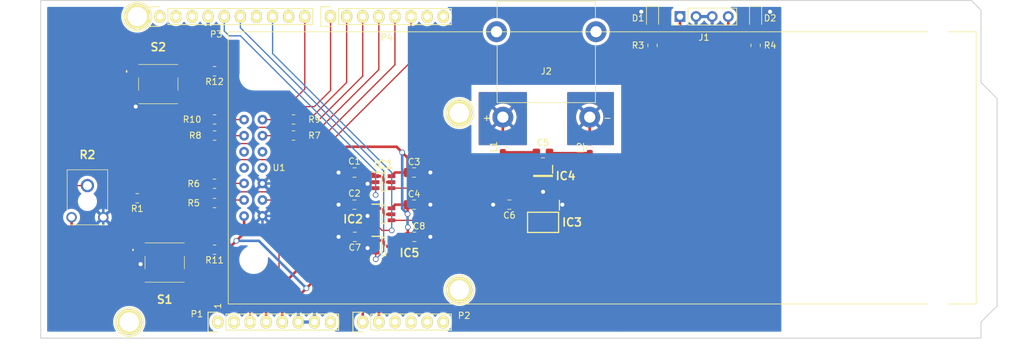
<source format=kicad_pcb>
(kicad_pcb (version 20211014) (generator pcbnew)
  (title_block (date "lun. 30 mars 2015"))
  (layers (0 "F.Cu" signal) (31 "B.Cu" signal) (34 "B.Paste" user) (35 "F.Paste" user) (36 "B.SilkS" user "B.Silkscreen") (37 "F.SilkS" user "F.Silkscreen") (38 "B.Mask" user) (39 "F.Mask" user) (44 "Edge.Cuts" user))
  (net 0 "")
  (net 1 "/IOREF")
  (net 2 "/Reset")
  (net 3 "+5V")
  (net 4 "GND")
  (net 5 "/Vin")
  (net 6 "/A0")
  (net 7 "/A1")
  (net 8 "/A2")
  (net 9 "/A3")
  (net 10 "/AREF")
  (net 11 "/A4(SDA)")
  (net 12 "/A5(SCL)")
  (net 13 "/9(**)")
  (net 14 "/8")
  (net 15 "/7")
  (net 16 "/6(**)")
  (net 17 "/5(**)")
  (net 18 "/4")
  (net 19 "/3(**)")
  (net 20 "/2")
  (net 21 "/1(Tx)")
  (net 22 "/0(Rx)")
  (net 23 "Net-(R2-Pad3)")
  (net 24 "Net-(R5-Pad1)")
  (net 25 "Net-(R6-Pad1)")
  (net 27 "/13(SCK)")
  (net 30 "+3V3")
  (net 31 "/12(MISO)")
  (net 33 "Net-(R7-Pad1)")
  (net 34 "Net-(R8-Pad1)")
  (net 35 "Net-(R9-Pad1)")
  (net 36 "Net-(R10-Pad1)")
  (net 37 "Net-(J2-Pad1)")
  (net 38 "Net-(J2-Pad2)")
  (net 41 "/11(**{slash}MOSI)")
  (net 42 "/10(**{slash}SS)")
  (net 48 "Net-(R1-Pad2)")
  (net 49 "Net-(D1-Pad2)")
  (net 50 "Net-(D2-Pad2)")
  (net 51 "Net-(C5-Pad2)")
  (net 52 "Net-(C5-Pad1)")
  (net 58 "Net-(IC3-Pad5)")
  (net 59 "Net-(IC3-Pad6)")
  (net 60 "Net-(IC3-Pad7)")
  (footprint "Socket_Arduino_Uno:Socket_Strip_Arduino_1x08" (layer "F.Cu") (at 138.938 123.825)
    (fp_text reference "P1")
    (fp_text value "Power")
  )
  (footprint "Socket_Arduino_Uno:Socket_Strip_Arduino_1x06" (layer "F.Cu") (at 161.798 123.825)
    (fp_text reference "P2")
    (fp_text value "Analog")
  )
  (footprint "Socket_Arduino_Uno:Socket_Strip_Arduino_1x10" (layer "F.Cu") (at 129.794 75.565)
    (fp_text reference "P3")
    (fp_text value "Digital")
  )
  (footprint "Socket_Arduino_Uno:Socket_Strip_Arduino_1x08" (layer "F.Cu") (at 156.718 75.565)
    (fp_text reference "P4")
    (fp_text value "Digital")
  )
  (footprint "Socket_Arduino_Uno:Arduino_1pin" (layer "F.Cu") (at 124.968 123.825)
    (fp_text reference "P5" hide)
    (fp_text value "CONN_01X01" hide)
  )
  (footprint "Socket_Arduino_Uno:Arduino_1pin" (layer "F.Cu") (at 177.038 118.745)
    (fp_text reference "P6" hide)
    (fp_text value "CONN_01X01" hide)
  )
  (footprint "Socket_Arduino_Uno:Arduino_1pin" (layer "F.Cu") (at 126.238 75.565)
    (fp_text reference "P7" hide)
    (fp_text value "CONN_01X01" hide)
  )
  (footprint "Socket_Arduino_Uno:Arduino_1pin" (layer "F.Cu") (at 177.038 90.805)
    (fp_text reference "P8" hide)
    (fp_text value "CONN_01X01" hide)
  )
  (footprint "LibraryLoader:430481025816" (layer "F.Cu") (at 129.54 86.233)
    (fp_text reference "S2")
    (fp_text value "430481025816" hide)
  )
  (footprint "LibraryLoader:SOT95P280X145-6N" (layer "F.Cu") (at 165.0785 106.807)
    (fp_text reference "IC2")
    (fp_text value "TXB0101DBVR" hide)
  )
  (footprint "LibraryLoader:SOT95P280X145-6N" (layer "F.Cu") (at 165.1 111.887)
    (fp_text reference "IC5")
    (fp_text value "TXB0101DBVR" hide)
  )
  (footprint "LibraryLoader:SOT96P237X111-3N" (layer "F.Cu") (at 190.246 100.745 -90)
    (fp_text reference "IC4")
    (fp_text value "NUP2105LT1G" hide)
  )
  (footprint "Capacitor_SMD:C_0805_2012Metric_Pad1.18x1.45mm_HandSolder" (layer "F.Cu") (at 184.9335 105.283 180)
    (fp_text reference "C6")
    (fp_text value "0.1u" hide)
  )
  (footprint "MountingHole:MountingHole_3.2mm_M3" (layer "F.Cu") (at 252.603 77.978)
    (fp_text reference "H1" hide)
    (fp_text value "MountingHole" hide)
  )
  (footprint "mt_reflowcnt:PCC-SMP" (layer "F.Cu") (at 190.754 84.709)
    (fp_text reference "J2")
    (fp_text value "PCC-SMP")
  )
  (footprint "Resistor_SMD:R_0805_2012Metric_Pad1.20x1.40mm_HandSolder" (layer "F.Cu") (at 138.414 105.029 180)
    (fp_text reference "R5")
    (fp_text value "33" hide)
  )
  (footprint "Resistor_SMD:R_0805_2012Metric_Pad1.20x1.40mm_HandSolder" (layer "F.Cu") (at 150.876 91.821)
    (fp_text reference "R9")
    (fp_text value "33" hide)
  )
  (footprint "LibraryLoader:N6L50T0C2033030" (layer "F.Cu") (at 118.364 104.775)
    (fp_text reference "R2")
    (fp_text value "N6L50T0C-203-3030" hide)
  )
  (footprint "Resistor_SMD:R_0805_2012Metric_Pad1.20x1.40mm_HandSolder" (layer "F.Cu") (at 138.414 101.981 180)
    (fp_text reference "R6")
    (fp_text value "33" hide)
  )
  (footprint "LED_SMD:LED_0805_2012Metric_Pad1.15x1.40mm_HandSolder" (layer "F.Cu") (at 223.774 75.81 -90)
    (fp_text reference "D2")
    (fp_text value "LED_Small" hide)
  )
  (footprint "Capacitor_SMD:C_0805_2012Metric_Pad1.18x1.45mm_HandSolder" (layer "F.Cu") (at 169.9045 105.283)
    (fp_text reference "C4")
    (fp_text value "0.1u" hide)
  )
  (footprint "Resistor_SMD:R_0805_2012Metric_Pad1.20x1.40mm_HandSolder" (layer "F.Cu") (at 138.43 91.821 180)
    (fp_text reference "R10")
    (fp_text value "33" hide)
  )
  (footprint "Inductor_SMD:L_0603_1608Metric_Pad1.05x0.95mm_HandSolder" (layer "F.Cu") (at 197.612 96.28 90)
    (fp_text reference "L2")
    (fp_text value "470ohm" hide)
  )
  (footprint "Resistor_SMD:R_0805_2012Metric_Pad1.20x1.40mm_HandSolder" (layer "F.Cu") (at 150.876 94.361)
    (fp_text reference "R7")
    (fp_text value "33" hide)
  )
  (footprint "LibraryLoader:SOT95P280X145-6N" (layer "F.Cu") (at 165.0785 101.727)
    (fp_text reference "IC1")
    (fp_text value "TXB0101DBVR" hide)
  )
  (footprint "LibraryLoader:430481025816" (layer "F.Cu") (at 130.556 114.427)
    (fp_text reference "S1")
    (fp_text value "430481025816" hide)
  )
  (footprint "mt_reflowcnt:SC2004CS_B" (layer "F.Cu") (at 199.58 99.469)
    (fp_text reference "U1")
    (fp_text value "SC2004CS_B" hide)
  )
  (footprint "MountingHole:MountingHole_3.2mm_M3" (layer "F.Cu") (at 252.603 121.031)
    (fp_text reference "H2" hide)
    (fp_text value "MountingHole" hide)
  )
  (footprint "Resistor_SMD:R_0805_2012Metric_Pad1.20x1.40mm_HandSolder" (layer "F.Cu") (at 138.414 112.395 180)
    (fp_text reference "R11")
    (fp_text value "10k" hide)
  )
  (footprint "Connector_PinHeader_2.54mm:PinHeader_1x04_P2.54mm_Vertical" (layer "F.Cu") (at 211.846 75.565 90)
    (fp_text reference "J1")
    (fp_text value "Conn_01x04" hide)
  )
  (footprint "Capacitor_SMD:C_0805_2012Metric_Pad1.18x1.45mm_HandSolder" (layer "F.Cu") (at 169.9045 100.203)
    (fp_text reference "C3")
    (fp_text value "0.1u" hide)
  )
  (footprint "Resistor_SMD:R_0805_2012Metric_Pad1.20x1.40mm_HandSolder" (layer "F.Cu") (at 223.774 80.121 90)
    (fp_text reference "R4")
    (fp_text value "220" hide)
  )
  (footprint "LED_SMD:LED_0805_2012Metric_Pad1.15x1.40mm_HandSolder" (layer "F.Cu") (at 207.518 75.81 -90)
    (fp_text reference "D1")
    (fp_text value "LED_Small" hide)
  )
  (footprint "Resistor_SMD:R_0805_2012Metric_Pad1.20x1.40mm_HandSolder" (layer "F.Cu") (at 138.414 84.201 180)
    (fp_text reference "R12")
    (fp_text value "10k" hide)
  )
  (footprint "Capacitor_SMD:C_0805_2012Metric_Pad1.18x1.45mm_HandSolder" (layer "F.Cu") (at 169.9475 110.363)
    (fp_text reference "C8")
    (fp_text value "0.1u" hide)
  )
  (footprint "Capacitor_SMD:C_0805_2012Metric_Pad1.18x1.45mm_HandSolder" (layer "F.Cu") (at 160.5495 110.363 180)
    (fp_text reference "C7")
    (fp_text value "0.1u" hide)
  )
  (footprint "Resistor_SMD:R_0805_2012Metric_Pad1.20x1.40mm_HandSolder" (layer "F.Cu") (at 138.43 94.361 180)
    (fp_text reference "R8")
    (fp_text value "33" hide)
  )
  (footprint "Resistor_SMD:R_0805_2012Metric_Pad1.20x1.40mm_HandSolder" (layer "F.Cu") (at 207.518 80.121 90)
    (fp_text reference "R3")
    (fp_text value "220" hide)
  )
  (footprint "Capacitor_SMD:C_0805_2012Metric_Pad1.18x1.45mm_HandSolder" (layer "F.Cu") (at 160.5065 100.203 180)
    (fp_text reference "C1")
    (fp_text value "0.1u" hide)
  )
  (footprint "Capacitor_SMD:C_0805_2012Metric_Pad1.18x1.45mm_HandSolder" (layer "F.Cu") (at 160.485 105.283 180)
    (fp_text reference "C2")
    (fp_text value "0.1u" hide)
  )
  (footprint "Capacitor_SMD:C_0805_2012Metric_Pad1.18x1.45mm_HandSolder" (layer "F.Cu") (at 190.2245 97.155)
    (fp_text reference "C5")
    (fp_text value "0.01u" hide)
  )
  (footprint "Resistor_SMD:R_0805_2012Metric_Pad1.20x1.40mm_HandSolder" (layer "F.Cu") (at 126.222 104.267 180)
    (fp_text reference "R1")
    (fp_text value "33" hide)
  )
  (footprint "Inductor_SMD:L_0603_1608Metric_Pad1.05x0.95mm_HandSolder" (layer "F.Cu") (at 183.896 96.139 90)
    (fp_text reference "L1")
    (fp_text value "470ohm" hide)
  )
  (footprint "LibraryLoader:SOIC127P600X175-8N" (layer "F.Cu") (at 190.246 108.077 -90)
    (fp_text reference "IC3")
    (fp_text value "MAX31855KASA+" hide)
  )
  (gr_line (start 261.874 88.519) (end 259.334 85.979) (layer "Edge.Cuts") (width 0.15))
  (gr_line (start 259.334 126.365) (end 259.334 123.825) (layer "Edge.Cuts") (width 0.15))
  (gr_line (start 259.334 74.549) (end 257.81 73.025) (layer "Edge.Cuts") (width 0.15))
  (gr_line (start 175.514 73.025) (end 257.81 73.025) (layer "Edge.Cuts") (width 0.15))
  (gr_line (start 177.038 126.365) (end 259.334 126.365) (layer "Edge.Cuts") (width 0.15))
  (gr_line (start 259.334 123.825) (end 261.874 121.285) (layer "Edge.Cuts") (width 0.15))
  (gr_line (start 110.998 73.025) (end 110.998 126.365) (layer "Edge.Cuts") (width 0.15))
  (gr_line (start 261.874 121.285) (end 261.874 88.519) (layer "Edge.Cuts") (width 0.15))
  (gr_line (start 110.998 126.365) (end 177.038 126.365) (layer "Edge.Cuts") (width 0.15))
  (gr_line (start 175.514 73.025) (end 110.998 73.025) (layer "Edge.Cuts") (width 0.15))
  (gr_line (start 259.334 85.979) (end 259.334 74.549) (layer "Edge.Cuts") (width 0.15))
  (gr_text "1" (at 138.938 121.285 90) (layer "F.SilkS") (effects (font (size 1 1))))
  (segment (start 137.382 84.233) (end 137.414 84.201) (width 0.2032) (layer "F.Cu") (net 2))
  (segment (start 122.682 93.599) (end 122.682 81.661) (width 0.2032) (layer "F.Cu") (net 2))
  (segment (start 113.284 110.109) (end 113.284 98.171) (width 0.2032) (layer "F.Cu") (net 2))
  (segment (start 120.904 95.377) (end 122.682 93.599) (width 0.2032) (layer "F.Cu") (net 2))
  (segment (start 122.682 81.661) (end 123.698 80.645) (width 0.2032) (layer "F.Cu") (net 2))
  (segment (start 144.018 123.825) (end 144.018 122.301) (width 0.2032) (layer "F.Cu") (net 2))
  (segment (start 144.018 122.301) (end 141.224 119.507) (width 0.2032) (layer "F.Cu") (net 2))
  (segment (start 123.698 80.645) (end 128.016 80.645) (width 0.2032) (layer "F.Cu") (net 2))
  (segment (start 128.016 80.645) (end 131.604 84.233) (width 0.2032) (layer "F.Cu") (net 2))
  (segment (start 125.73 119.507) (end 123.444 117.221) (width 0.2032) (layer "F.Cu") (net 2))
  (segment (start 141.224 119.507) (end 125.73 119.507) (width 0.2032) (layer "F.Cu") (net 2))
  (segment (start 115.316 112.141) (end 113.284 110.109) (width 0.2032) (layer "F.Cu") (net 2))
  (segment (start 131.604 84.233) (end 133.04 84.233) (width 0.2032) (layer "F.Cu") (net 2))
  (segment (start 121.666 112.141) (end 115.316 112.141) (width 0.2032) (layer "F.Cu") (net 2))
  (segment (start 123.444 113.919) (end 121.666 112.141) (width 0.2032) (layer "F.Cu") (net 2))
  (segment (start 116.078 95.377) (end 120.904 95.377) (width 0.2032) (layer "F.Cu") (net 2))
  (segment (start 123.444 117.221) (end 123.444 113.919) (width 0.2032) (layer "F.Cu") (net 2))
  (segment (start 113.284 98.171) (end 116.078 95.377) (width 0.2032) (layer "F.Cu") (net 2))
  (segment (start 133.04 84.233) (end 137.382 84.233) (width 0.2032) (layer "F.Cu") (net 2))
  (segment (start 161.544 105.2615) (end 161.5225 105.283) (width 0.4064) (layer "F.Cu") (net 3))
  (segment (start 161.587 110.363) (end 161.587 105.3475) (width 0.4064) (layer "F.Cu") (net 3))
  (segment (start 161.587 105.3475) (end 161.5225 105.283) (width 0.4064) (layer "F.Cu") (net 3))
  (segment (start 139.414 113.697) (end 139.414 112.395) (width 0.4064) (layer "F.Cu") (net 3))
  (segment (start 132.588 114.427) (end 138.684 114.427) (width 0.4064) (layer "F.Cu") (net 3))
  (segment (start 165.1 101.473) (end 165.354 101.727) (width 0.4064) (layer "F.Cu") (net 3))
  (segment (start 165.354 101.727) (end 166.3285 101.727) (width 0.4064) (layer "F.Cu") (net 3))
  (segment (start 139.414 112.395) (end 140.462 112.395) (width 0.4064) (layer "F.Cu") (net 3))
  (segment (start 139.414 84.201) (end 139.414 85.249) (width 0.4064) (layer "F.Cu") (net 3))
  (segment (start 161.587 110.363) (end 161.587 112.352) (width 0.4064) (layer "F.Cu") (net 3))
  (segment (start 149.098 122.301) (end 152.908 118.491) (width 0.4064) (layer "F.Cu") (net 3))
  (segment (start 161.544 100.203) (end 163.2545 100.203) (width 0.4064) (layer "F.Cu") (net 3))
  (segment (start 164.912 110.937) (end 165.1 111.125) (width 0.4064) (layer "F.Cu") (net 3))
  (segment (start 163.2545 105.283) (end 161.5225 105.283) (width 0.4064) (layer "F.Cu") (net 3))
  (segment (start 163.276 110.363) (end 163.85 110.937) (width 0.4064) (layer "F.Cu") (net 3))
  (segment (start 127.222 104.267) (end 128.778 104.267) (width 0.4064) (layer "F.Cu") (net 3))
  (segment (start 163.85 110.937) (end 164.912 110.937) (width 0.4064) (layer "F.Cu") (net 3))
  (segment (start 131.572 113.411) (end 132.588 114.427) (width 0.4064) (layer "F.Cu") (net 3))
  (segment (start 164.658 100.777) (end 165.1 101.219) (width 0.4064) (layer "F.Cu") (net 3))
  (segment (start 138.684 114.427) (end 139.414 113.697) (width 0.4064) (layer "F.Cu") (net 3))
  (segment (start 163.2545 105.283) (end 163.8285 105.857) (width 0.4064) (layer "F.Cu") (net 3))
  (segment (start 165.1 106.299) (end 165.1 106.553) (width 0.4064) (layer "F.Cu") (net 3))
  (segment (start 161.544 100.203) (end 161.544 105.2615) (width 0.4064) (layer "F.Cu") (net 3))
  (segment (start 140.462 112.395) (end 141.859 110.998) (width 0.4064) (layer "F.Cu") (net 3))
  (segment (start 160.274 113.665) (end 161.587 112.352) (width 0.4064) (layer "F.Cu") (net 3))
  (segment (start 139.414 85.249) (end 127.222 97.441) (width 0.4064) (layer "F.Cu") (net 3))
  (segment (start 165.1 111.3998) (end 165.5872 111.887) (width 0.4064) (layer "F.Cu") (net 3))
  (segment (start 141.859 110.998) (end 143.08 109.777) (width 0.4064) (layer "F.Cu") (net 3))
  (segment (start 131.572 107.061) (end 131.572 113.411) (width 0.4064) (layer "F.Cu") (net 3))
  (segment (start 163.8285 105.857) (end 164.658 105.857) (width 0.4064) (layer "F.Cu") (net 3))
  (segment (start 128.778 104.267) (end 131.572 107.061) (width 0.4064) (layer "F.Cu") (net 3))
  (segment (start 149.098 123.825) (end 149.098 122.301) (width 0.4064) (layer "F.Cu") (net 3))
  (segment (start 163.276 110.363) (end 161.587 110.363) (width 0.4064) (layer "F.Cu") (net 3))
  (segment (start 165.354 106.807) (end 166.3285 106.807) (width 0.4064) (layer "F.Cu") (net 3))
  (segment (start 165.5872 111.887) (end 166.35 111.887) (width 0.4064) (layer "F.Cu") (net 3))
  (segment (start 164.658 105.857) (end 165.1 106.299) (width 0.4064) (layer "F.Cu") (net 3))
  (segment (start 165.1 111.125) (end 165.1 111.3998) (width 0.4064) (layer "F.Cu") (net 3))
  (segment (start 127.222 97.441) (end 127.222 104.267) (width 0.4064) (layer "F.Cu") (net 3))
  (segment (start 143.08 109.777) (end 143.08 107.089) (width 0.4064) (layer "F.Cu") (net 3))
  (segment (start 165.1 101.219) (end 165.1 101.473) (width 0.4064) (layer "F.Cu") (net 3))
  (segment (start 152.908 118.491) (end 157.734 113.665) (width 0.4064) (layer "F.Cu") (net 3))
  (segment (start 163.8285 100.777) (end 164.658 100.777) (width 0.4064) (layer "F.Cu") (net 3))
  (segment (start 163.2545 100.203) (end 163.8285 100.777) (width 0.4064) (layer "F.Cu") (net 3))
  (segment (start 157.734 113.665) (end 160.274 113.665) (width 0.4064) (layer "F.Cu") (net 3))
  (segment (start 165.1 106.553) (end 165.354 106.807) (width 0.4064) (layer "F.Cu") (net 3))
  (via (at 141.859 110.998) (size 0.889) (drill 0.635) (layers "F.Cu" "B.Cu") (net 3))
  (via (at 152.908 118.491) (size 0.889) (drill 0.635) (layers "F.Cu" "B.Cu") (net 3))
  (segment (start 145.415 110.998) (end 152.908 118.491) (width 0.4064) (layer "B.Cu") (net 3))
  (segment (start 141.859 110.998) (end 145.415 110.998) (width 0.4064) (layer "B.Cu") (net 3))
  (segment (start 226.042 74.785) (end 226.06 74.803) (width 0.4064) (layer "F.Cu") (net 4))
  (segment (start 223.774 74.785) (end 226.042 74.785) (width 0.4064) (layer "F.Cu") (net 4))
  (segment (start 163.8285 101.727) (end 162.814 101.727) (width 0.4064) (layer "F.Cu") (net 4))
  (segment (start 163.85 111.887) (end 162.814 111.887) (width 0.4064) (layer "F.Cu") (net 4))
  (segment (start 162.814 101.727) (end 162.56 101.981) (width 0.4064) (layer "F.Cu") (net 4))
  (segment (start 159.512 110.363) (end 157.988 110.363) (width 0.4064) (layer "F.Cu") (net 4))
  (segment (start 162.814 111.887) (end 162.56 112.141) (width 0.4064) (layer "F.Cu") (net 4))
  (segment (start 163.8285 106.807) (end 162.814 106.807) (width 0.4064) (layer "F.Cu") (net 4))
  (segment (start 126.04 89.733) (end 125.984 89.789) (width 0.4064) (layer "F.Cu") (net 4))
  (segment (start 127.056 116.427) (end 127.056 114.991) (width 0.4064) (layer "F.Cu") (net 4))
  (segment (start 193.212 105.365) (end 193.294 105.283) (width 0.4064) (layer "F.Cu") (net 4))
  (segment (start 159.4475 105.283) (end 157.988 105.283) (width 0.4064) (layer "F.Cu") (net 4))
  (segment (start 207.518 74.785) (end 205.758 74.785) (width 0.4064) (layer "F.Cu") (net 4))
  (segment (start 170.942 100.203) (end 172.466 100.203) (width 0.4064) (layer "F.Cu") (net 4))
  (segment (start 126.04 88.233) (end 126.04 89.733) (width 0.4064) (layer "F.Cu") (net 4))
  (segment (start 190.246 101.795) (end 190.246 103.251) (width 0.4064) (layer "F.Cu") (net 4))
  (segment (start 205.758 74.785) (end 205.74 74.803) (width 0.4064) (layer "F.Cu") (net 4))
  (segment (start 127.056 114.991) (end 126.746 114.681) (width 0.4064) (layer "F.Cu") (net 4))
  (segment (start 159.469 100.203) (end 157.988 100.203) (width 0.4064) (layer "F.Cu") (net 4))
  (segment (start 192.151 105.365) (end 193.212 105.365) (width 0.4064) (layer "F.Cu") (net 4))
  (segment (start 170.985 110.363) (end 172.466 110.363) (width 0.4064) (layer "F.Cu") (net 4))
  (segment (start 183.896 105.283) (end 182.372 105.283) (width 0.4064) (layer "F.Cu") (net 4))
  (segment (start 162.814 106.807) (end 162.56 107.061) (width 0.4064) (layer "F.Cu") (net 4))
  (segment (start 170.942 105.283) (end 172.466 105.283) (width 0.4064) (layer "F.Cu") (net 4))
  (via (at 226.06 74.803) (size 0.889) (drill 0.635) (layers "F.Cu" "B.Cu") (net 4))
  (via (at 205.74 74.803) (size 0.889) (drill 0.635) (layers "F.Cu" "B.Cu") (net 4))
  (via (at 190.246 103.251) (size 0.889) (drill 0.635) (layers "F.Cu" "B.Cu") (net 4))
  (via (at 157.988 110.363) (size 0.889) (drill 0.635) (layers "F.Cu" "B.Cu") (net 4))
  (via (at 125.984 89.789) (size 0.889) (drill 0.635) (layers "F.Cu" "B.Cu") (net 4))
  (via (at 157.988 105.283) (size 0.889) (drill 0.635) (layers "F.Cu" "B.Cu") (net 4))
  (via (at 172.466 105.283) (size 0.889) (drill 0.635) (layers "F.Cu" "B.Cu") (net 4))
  (via (at 193.294 105.283) (size 0.889) (drill 0.635) (layers "F.Cu" "B.Cu") (net 4))
  (via (at 182.372 105.283) (size 0.889) (drill 0.635) (layers "F.Cu" "B.Cu") (net 4))
  (via (at 126.746 114.681) (size 0.889) (drill 0.635) (layers "F.Cu" "B.Cu") (net 4))
  (via (at 172.466 110.363) (size 0.889) (drill 0.635) (layers "F.Cu" "B.Cu") (net 4))
  (via (at 162.56 107.061) (size 0.889) (drill 0.635) (layers "F.Cu" "B.Cu") (net 4))
  (via (at 162.56 112.141) (size 0.889) (drill 0.635) (layers "F.Cu" "B.Cu") (net 4))
  (via (at 172.466 100.203) (size 0.889) (drill 0.635) (layers "F.Cu" "B.Cu") (net 4))
  (via (at 162.56 101.981) (size 0.889) (drill 0.635) (layers "F.Cu" "B.Cu") (net 4))
  (via (at 157.988 100.203) (size 0.889) (drill 0.635) (layers "F.Cu" "B.Cu") (net 4))
  (segment (start 158.242 107.061) (end 157.988 106.807) (width 0.4064) (layer "B.Cu") (net 4))
  (segment (start 151.638 123.825) (end 154.178 123.825) (width 0.4064) (layer "B.Cu") (net 4))
  (segment (start 145.98 108.655) (end 145.034 109.601) (width 0.4064) (layer "B.Cu") (net 4))
  (segment (start 157.988 105.283) (end 157.988 106.807) (width 0.4064) (layer "B.Cu") (net 4))
  (segment (start 215.9 83.185) (end 215.9 78.359) (width 0.4064) (layer "B.Cu") (net 4))
  (segment (start 193.294 105.283) (end 193.294 103.505) (width 0.4064) (layer "B.Cu") (net 4))
  (segment (start 172.466 105.283) (end 182.372 105.283) (width 0.4064) (layer "B.Cu") (net 4))
  (segment (start 182.372 104.013) (end 183.134 103.251) (width 0.4064) (layer "B.Cu") (net 4))
  (segment (start 128.524 89.789) (end 125.984 89.789) (width 0.4064) (layer "B.Cu") (net 4))
  (segment (start 137.414 75.565) (end 137.414 77.851) (width 0.4064) (layer "B.Cu") (net 4))
  (segment (start 214.386 77.861) (end 214.63 78.105) (width 0.4064) (layer "B.Cu") (net 4))
  (segment (start 148.336 106.045) (end 147.332 107.049) (width 0.4064) (layer "B.Cu") (net 4))
  (segment (start 157.988 106.807) (end 157.988 110.363) (width 0.4064) (layer "B.Cu") (net 4))
  (segment (start 209.042 78.105) (end 214.63 78.105) (width 0.4064) (layer "B.Cu") (net 4))
  (segment (start 193.294 103.505) (end 193.548 103.251) (width 0.4064) (layer "B.Cu") (net 4))
  (segment (start 215.9 78.359) (end 215.646 78.105) (width 0.4064) (layer "B.Cu") (net 4))
  (segment (start 147.332 107.049) (end 145.98 107.049) (width 0.4064) (layer "B.Cu") (net 4))
  (segment (start 205.74 74.803) (end 209.042 78.105) (width 0.4064) (layer "B.Cu") (net 4))
  (segment (start 120.864 94.909) (end 125.984 89.789) (width 0.4064) (layer "B.Cu") (net 4))
  (segment (start 125.222 114.681) (end 126.746 114.681) (width 0.4064) (layer "B.Cu") (net 4))
  (segment (start 120.864 110.323) (end 125.222 114.681) (width 0.4064) (layer "B.Cu") (net 4))
  (segment (start 162.56 107.061) (end 158.242 107.061) (width 0.4064) (layer "B.Cu") (net 4))
  (segment (start 206.502 91.059) (end 214.376 83.185) (width 0.4064) (layer "B.Cu") (net 4))
  (segment (start 216.926 75.565) (end 216.926 78.095) (width 0.4064) (layer "B.Cu") (net 4))
  (segment (start 162.56 112.141) (end 156.21 112.141) (width 0.4064) (layer "B.Cu") (net 4))
  (segment (start 193.548 103.251) (end 197.993 103.251) (width 0.4064) (layer "B.Cu") (net 4))
  (segment (start 206.502 94.742) (end 206.502 91.059) (width 0.4064) (layer "B.Cu") (net 4))
  (segment (start 157.988 103.505) (end 148.336 103.505) (width 0.4064) (layer "B.Cu") (net 4))
  (segment (start 214.63 78.105) (end 215.646 78.105) (width 0.4064) (layer "B.Cu") (net 4))
  (segment (start 120.864 107.275) (end 120.864 110.323) (width 0.4064) (layer "B.Cu") (net 4))
  (segment (start 170.18 116.459) (end 154.178 116.459) (width 0.4064) (layer "B.Cu") (net 4))
  (segment (start 154.178 116.459) (end 154.178 114.173) (width 0.4064) (layer "B.Cu") (net 4))
  (segment (start 148.336 102.743) (end 148.336 103.505) (width 0.4064) (layer "B.Cu") (net 4))
  (segment (start 172.466 105.283) (end 172.466 110.363) (width 0.4064) (layer "B.Cu") (net 4))
  (segment (start 215.646 78.105) (end 216.916 78.105) (width 0.4064) (layer "B.Cu") (net 4))
  (segment (start 148.336 103.505) (end 148.336 106.045) (width 0.4064) (layer "B.Cu") (net 4))
  (segment (start 172.466 100.203) (end 172.466 105.283) (width 0.4064) (layer "B.Cu") (net 4))
  (segment (start 216.926 78.095) (end 216.916 78.105) (width 0.4064) (layer "B.Cu") (net 4))
  (segment (start 145.98 107.049) (end 145.98 108.655) (width 0.4064) (layer "B.Cu") (net 4))
  (segment (start 157.988 103.505) (end 157.988 105.283) (width 0.4064) (layer "B.Cu") (net 4))
  (segment (start 216.916 78.105) (end 222.758 78.105) (width 0.4064) (layer "B.Cu") (net 4))
  (segment (start 135.128 80.137) (end 132.08 80.137) (width 0.4064) (layer "B.Cu") (net 4))
  (segment (start 172.466 114.173) (end 170.18 116.459) (width 0.4064) (layer "B.Cu") (net 4))
  (segment (start 197.993 103.251) (end 206.502 94.742) (width 0.4064) (layer "B.Cu") (net 4))
  (segment (start 137.414 77.851) (end 135.128 80.137) (width 0.4064) (layer "B.Cu") (net 4))
  (segment (start 132.842 109.601) (end 127.762 114.681) (width 0.4064) (layer "B.Cu") (net 4))
  (segment (start 162.56 101.981) (end 157.988 101.981) (width 0.4064) (layer "B.Cu") (net 4))
  (segment (start 183.134 103.251) (end 190.246 103.251) (width 0.4064) (layer "B.Cu") (net 4))
  (segment (start 147.532 101.939) (end 148.336 102.743) (width 0.4064) (layer "B.Cu") (net 4))
  (segment (start 156.21 112.141) (end 157.988 110.363) (width 0.4064) (layer "B.Cu") (net 4))
  (segment (start 222.758 78.105) (end 226.06 74.803) (width 0.4064) (layer "B.Cu") (net 4))
  (segment (start 157.988 100.203) (end 157.988 101.981) (width 0.4064) (layer "B.Cu") (net 4))
  (segment (start 145.034 109.601) (end 132.842 109.601) (width 0.4064) (layer "B.Cu") (net 4))
  (segment (start 214.376 83.185) (end 215.9 83.185) (width 0.4064) (layer "B.Cu") (net 4))
  (segment (start 157.988 101.981) (end 157.988 103.505) (width 0.4064) (layer "B.Cu") (net 4))
  (segment (start 127.762 114.681) (end 126.746 114.681) (width 0.4064) (layer "B.Cu") (net 4))
  (segment (start 182.372 105.283) (end 182.372 104.013) (width 0.4064) (layer "B.Cu") (net 4))
  (segment (start 154.178 114.173) (end 156.21 112.141) (width 0.4064) (layer "B.Cu") (net 4))
  (segment (start 214.386 75.565) (end 214.386 77.861) (width 0.4064) (layer "B.Cu") (net 4))
  (segment (start 120.864 107.275) (end 120.864 94.909) (width 0.4064) (layer "B.Cu") (net 4))
  (segment (start 132.08 80.137) (end 129.54 82.677) (width 0.4064) (layer "B.Cu") (net 4))
  (segment (start 145.98 101.939) (end 147.532 101.939) (width 0.4064) (layer "B.Cu") (net 4))
  (segment (start 129.54 82.677) (end 129.54 88.773) (width 0.4064) (layer "B.Cu") (net 4))
  (segment (start 129.54 88.773) (end 128.524 89.789) (width 0.4064) (layer "B.Cu") (net 4))
  (segment (start 154.178 123.825) (end 154.178 116.459) (width 0.4064) (layer "B.Cu") (net 4))
  (segment (start 190.246 103.251) (end 193.548 103.251) (width 0.4064) (layer "B.Cu") (net 4))
  (segment (start 172.466 110.363) (end 172.466 114.173) (width 0.4064) (layer "B.Cu") (net 4))
  (segment (start 207.518 111.633) (end 207.518 81.121) (width 0.4064) (layer "F.Cu") (net 6))
  (segment (start 211.846 79.111) (end 209.836 81.121) (width 0.4064) (layer "F.Cu") (net 6))
  (segment (start 161.798 123.825) (end 161.798 122.047) (width 0.4064) (layer "F.Cu") (net 6))
  (segment (start 211.846 75.565) (end 211.846 79.111) (width 0.4064) (layer "F.Cu") (net 6))
  (segment (start 161.798 122.047) (end 169.418 114.427) (width 0.4064) (layer "F.Cu") (net 6))
  (segment (start 209.836 81.121) (end 207.518 81.121) (width 0.4064) (layer "F.Cu") (net 6))
  (segment (start 169.418 114.427) (end 204.724 114.427) (width 0.4064) (layer "F.Cu") (net 6))
  (segment (start 204.724 114.427) (end 207.518 111.633) (width 0.4064) (layer "F.Cu") (net 6))
  (segment (start 223.742 81.153) (end 223.774 81.121) (width 0.4064) (layer "F.Cu") (net 7))
  (segment (start 221.234 115.443) (end 223.774 112.903) (width 0.4064) (layer "F.Cu") (net 7))
  (segment (start 219.466 78.877) (end 221.742 81.153) (width 0.4064) (layer "F.Cu") (net 7))
  (segment (start 219.466 75.565) (end 219.466 78.877) (width 0.4064) (layer "F.Cu") (net 7))
  (segment (start 164.338 123.825) (end 164.338 122.301) (width 0.4064) (layer "F.Cu") (net 7))
  (segment (start 223.774 112.903) (end 223.774 81.121) (width 0.4064) (layer "F.Cu") (net 7))
  (segment (start 221.742 81.153) (end 223.742 81.153) (width 0.4064) (layer "F.Cu") (net 7))
  (segment (start 171.196 115.443) (end 221.234 115.443) (width 0.4064) (layer "F.Cu") (net 7))
  (segment (start 164.338 122.301) (end 171.196 115.443) (width 0.4064) (layer "F.Cu") (net 7))
  (segment (start 134.056 112.427) (end 134.056 92.385) (width 0.2032) (layer "F.Cu") (net 14))
  (segment (start 134.056 92.385) (end 137.414 89.027) (width 0.2032) (layer "F.Cu") (net 14))
  (segment (start 152.654 86.995) (end 152.654 75.565) (width 0.2032) (layer "F.Cu") (net 14))
  (segment (start 137.414 89.027) (end 150.622 89.027) (width 0.2032) (layer "F.Cu") (net 14))
  (segment (start 137.382 112.427) (end 137.414 112.395) (width 0.2032) (layer "F.Cu") (net 14))
  (segment (start 150.622 89.027) (end 152.654 86.995) (width 0.2032) (layer "F.Cu") (net 14))
  (segment (start 134.056 112.427) (end 137.382 112.427) (width 0.2032) (layer "F.Cu") (net 14))
  (segment (start 137.43 90.789) (end 138.43 89.789) (width 0.2032) (layer "F.Cu") (net 15))
  (segment (start 138.43 89.789) (end 154.178 89.789) (width 0.2032) (layer "F.Cu") (net 15))
  (segment (start 156.718 87.249) (end 156.718 75.565) (width 0.2032) (layer "F.Cu") (net 15))
  (segment (start 154.178 89.789) (end 156.718 87.249) (width 0.2032) (layer "F.Cu") (net 15))
  (segment (start 137.43 91.821) (end 137.43 90.789) (width 0.2032) (layer "F.Cu") (net 15))
  (segment (start 153.416 91.821) (end 159.258 85.979) (width 0.2032) (layer "F.Cu") (net 16))
  (segment (start 151.876 91.821) (end 153.416 91.821) (width 0.2032) (layer "F.Cu") (net 16))
  (segment (start 159.258 85.979) (end 159.258 75.565) (width 0.2032) (layer "F.Cu") (net 16))
  (segment (start 144.018 95.631) (end 144.526 95.123) (width 0.2032) (layer "F.Cu") (net 17))
  (segment (start 137.922 95.885) (end 141.224 95.885) (width 0.2032) (layer "F.Cu") (net 17))
  (segment (start 141.478 95.631) (end 144.018 95.631) (width 0.2032) (layer "F.Cu") (net 17))
  (segment (start 161.798 84.963) (end 161.798 75.565) (width 0.2032) (layer "F.Cu") (net 17))
  (segment (start 144.526 93.599) (end 145.063662 93.061338) (width 0.2032) (layer "F.Cu") (net 17))
  (segment (start 153.699662 93.061338) (end 161.798 84.963) (width 0.2032) (layer "F.Cu") (net 17))
  (segment (start 144.526 95.123) (end 144.526 93.599) (width 0.2032) (layer "F.Cu") (net 17))
  (segment (start 145.063662 93.061338) (end 153.699662 93.061338) (width 0.2032) (layer "F.Cu") (net 17))
  (segment (start 137.43 95.393) (end 137.922 95.885) (width 0.2032) (layer "F.Cu") (net 17))
  (segment (start 137.43 94.361) (end 137.43 95.393) (width 0.2032) (layer "F.Cu") (net 17))
  (segment (start 141.224 95.885) (end 141.478 95.631) (width 0.2032) (layer "F.Cu") (net 17))
  (segment (start 164.338 83.947) (end 164.338 75.565) (width 0.2032) (layer "F.Cu") (net 18))
  (segment (start 151.876 94.361) (end 153.924 94.361) (width 0.2032) (layer "F.Cu") (net 18))
  (segment (start 153.924 94.361) (end 164.338 83.947) (width 0.2032) (layer "F.Cu") (net 18))
  (segment (start 166.878 83.185) (end 166.878 75.565) (width 0.2032) (layer "F.Cu") (net 19))
  (segment (start 140.462 98.171) (end 151.892 98.171) (width 0.2032) (layer "F.Cu") (net 19))
  (segment (start 137.414 101.219) (end 140.462 98.171) (width 0.2032) (layer "F.Cu") (net 19))
  (segment (start 151.892 98.171) (end 166.878 83.185) (width 0.2032) (layer "F.Cu") (net 19))
  (segment (start 137.414 101.981) (end 137.414 101.219) (width 0.2032) (layer "F.Cu") (net 19))
  (segment (start 138.176 103.251) (end 148.844 103.251) (width 0.2032) (layer "F.Cu") (net 20))
  (segment (start 137.414 105.029) (end 137.414 104.013) (width 0.2032) (layer "F.Cu") (net 20))
  (segment (start 137.414 104.013) (end 138.176 103.251) (width 0.2032) (layer "F.Cu") (net 20))
  (segment (start 169.418 82.677) (end 169.418 75.565) (width 0.2032) (layer "F.Cu") (net 20))
  (segment (start 148.844 103.251) (end 169.418 82.677) (width 0.2032) (layer "F.Cu") (net 20))
  (segment (start 126.492 118.745) (end 145.034 118.745) (width 0.2032) (layer "F.Cu") (net 23))
  (segment (start 145.034 118.745) (end 148.59 115.189) (width 0.2032) (layer "F.Cu") (net 23))
  (segment (start 114.3 109.347) (end 116.078 111.125) (width 0.2032) (layer "F.Cu") (net 23))
  (segment (start 124.46 113.411) (end 124.46 116.713) (width 0.2032) (layer "F.Cu") (net 23))
  (segment (start 115.784 102.275) (end 114.3 103.759) (width 0.2032) (layer "F.Cu") (net 23))
  (segment (start 148.59 105.791) (end 147.348 104.549) (width 0.2032) (layer "F.Cu") (net 23))
  (segment (start 116.078 111.125) (end 122.174 111.125) (width 0.2032) (layer "F.Cu") (net 23))
  (segment (start 114.3 103.759) (end 114.3 109.347) (width 0.2032) (layer "F.Cu") (net 23))
  (segment (start 118.364 102.275) (end 115.784 102.275) (width 0.2032) (layer "F.Cu") (net 23))
  (segment (start 122.174 111.125) (end 124.46 113.411) (width 0.2032) (layer "F.Cu") (net 23))
  (segment (start 148.59 115.189) (end 148.59 105.791) (width 0.2032) (layer "F.Cu") (net 23))
  (segment (start 147.348 104.549) (end 145.98 104.549) (width 0.2032) (layer "F.Cu") (net 23))
  (segment (start 124.46 116.713) (end 126.492 118.745) (width 0.2032) (layer "F.Cu") (net 23))
  (segment (start 143.08 104.549) (end 139.894 104.549) (width 0.2032) (layer "F.Cu") (net 24))
  (segment (start 139.894 104.549) (end 139.414 105.029) (width 0.2032) (layer "F.Cu") (net 24))
  (segment (start 139.476 101.919) (end 143.08 101.919) (width 0.2032) (layer "F.Cu") (net 25))
  (segment (start 139.414 101.981) (end 139.476 101.919) (width 0.2032) (layer "F.Cu") (net 25))
  (segment (start 163.8285 103.7575) (end 163.83 103.759) (width 0.2032) (layer "F.Cu") (net 27))
  (segment (start 163.8285 102.677) (end 163.8285 103.7575) (width 0.2032) (layer "F.Cu") (net 27))
  (via (at 163.83 103.759) (size 0.889) (drill 0.635) (layers "F.Cu" "B.Cu") (net 27))
  (segment (start 139.954 77.851) (end 140.716 78.613) (width 0.2032) (layer "B.Cu") (net 27))
  (segment (start 142.494 78.613) (end 163.83 99.949) (width 0.2032) (layer "B.Cu") (net 27))
  (segment (start 163.83 99.949) (end 163.83 103.759) (width 0.2032) (layer "B.Cu") (net 27))
  (segment (start 139.954 75.565) (end 139.954 77.851) (width 0.2032) (layer "B.Cu") (net 27))
  (segment (start 140.716 78.613) (end 142.494 78.613) (width 0.2032) (layer "B.Cu") (net 27))
  (segment (start 166.9025 105.283) (end 166.3285 105.857) (width 0.4064) (layer "F.Cu") (net 30))
  (segment (start 179.789 97.874) (end 168.867 97.874) (width 0.4064) (layer "F.Cu") (net 30))
  (segment (start 166.9025 100.203) (end 166.3285 100.777) (width 0.4064) (layer "F.Cu") (net 30))
  (segment (start 166.924 110.363) (end 166.35 110.937) (width 0.4064) (layer "F.Cu") (net 30))
  (segment (start 168.867 97.874) (end 168.867 100.203) (width 0.4064) (layer "F.Cu") (net 30))
  (segment (start 159.258 96.139) (end 167.132 96.139) (width 0.4064) (layer "F.Cu") (net 30))
  (segment (start 146.558 123.825) (end 146.558 120.523) (width 0.4064) (layer "F.Cu") (net 30))
  (segment (start 154.94 100.457) (end 159.258 96.139) (width 0.4064) (layer "F.Cu") (net 30))
  (segment (start 185.971 105.283) (end 188.259 105.283) (width 0.4064) (layer "F.Cu") (net 30))
  (segment (start 168.867 100.203) (end 166.9025 100.203) (width 0.4064) (layer "F.Cu") (net 30))
  (segment (start 168.867 105.283) (end 168.867 106.764) (width 0.4064) (layer "F.Cu") (net 30))
  (segment (start 168.91 110.363) (end 168.91 108.839) (width 0.4064) (layer "F.Cu") (net 30))
  (segment (start 168.867 105.283) (end 166.9025 105.283) (width 0.4064) (layer "F.Cu") (net 30))
  (segment (start 146.558 120.523) (end 154.94 112.141) (width 0.4064) (layer "F.Cu") (net 30))
  (segment (start 167.132 96.139) (end 168.021 97.028) (width 0.4064) (layer "F.Cu") (net 30))
  (segment (start 168.91 110.363) (end 166.924 110.363) (width 0.4064) (layer "F.Cu") (net 30))
  (segment (start 168.021 97.028) (end 168.867 97.874) (width 0.4064) (layer "F.Cu") (net 30))
  (segment (start 154.94 112.141) (end 154.94 100.457) (width 0.4064) (layer "F.Cu") (net 30))
  (segment (start 188.259 105.283) (end 188.341 105.365) (width 0.4064) (layer "F.Cu") (net 30))
  (segment (start 185.971 105.283) (end 185.971 104.056) (width 0.4064) (layer "F.Cu") (net 30))
  (segment (start 185.971 104.056) (end 179.789 97.874) (width 0.4064) (layer "F.Cu") (net 30))
  (via (at 168.867 106.764) (size 0.889) (drill 0.635) (layers "F.Cu" "B.Cu") (net 30))
  (via (at 168.91 108.839) (size 0.889) (drill 0.635) (layers "F.Cu" "B.Cu") (net 30))
  (via (at 168.021 97.028) (size 0.889) (drill 0.635) (layers "F.Cu" "B.Cu") (net 30))
  (segment (start 168.021 105.918) (end 168.021 97.028) (width 0.4064) (layer "B.Cu") (net 30))
  (segment (start 168.021 105.918) (end 168.867 106.764) (width 0.4064) (layer "B.Cu") (net 30))
  (segment (start 168.867 108.796) (end 168.91 108.839) (width 0.4064) (layer "B.Cu") (net 30))
  (segment (start 168.867 106.764) (end 168.867 108.796) (width 0.4064) (layer "B.Cu") (net 30))
  (segment (start 163.85 112.837) (end 163.85 113.899) (width 0.2032) (layer "F.Cu") (net 31))
  (via (at 163.85 113.899) (size 0.889) (drill 0.635) (layers "F.Cu" "B.Cu") (net 31))
  (segment (start 165.1 99.949) (end 165.1 112.649) (width 0.2032) (layer "B.Cu") (net 31))
  (segment (start 142.494 75.565) (end 142.494 77.343) (width 0.2032) (layer "B.Cu") (net 31))
  (segment (start 142.494 77.343) (end 165.1 99.949) (width 0.2032) (layer "B.Cu") (net 31))
  (segment (start 165.1 112.649) (end 163.85 113.899) (width 0.2032) (layer "B.Cu") (net 31))
  (segment (start 149.848 94.389) (end 149.876 94.361) (width 0.2032) (layer "F.Cu") (net 33))
  (segment (start 145.98 94.389) (end 149.848 94.389) (width 0.2032) (layer "F.Cu") (net 33))
  (segment (start 139.458 94.389) (end 143.08 94.389) (width 0.2032) (layer "F.Cu") (net 34))
  (segment (start 139.43 94.361) (end 139.458 94.389) (width 0.2032) (layer "F.Cu") (net 34))
  (segment (start 145.98 91.849) (end 149.848 91.849) (width 0.2032) (layer "F.Cu") (net 35))
  (segment (start 149.848 91.849) (end 149.876 91.821) (width 0.2032) (layer "F.Cu") (net 35))
  (segment (start 139.458 91.849) (end 143.08 91.849) (width 0.2032) (layer "F.Cu") (net 36))
  (segment (start 139.43 91.821) (end 139.458 91.849) (width 0.2032) (layer "F.Cu") (net 36))
  (segment (start 183.904 95.256) (end 183.896 95.264) (width 0.4064) (layer "F.Cu") (net 37))
  (segment (start 183.904 91.459) (end 183.904 95.256) (width 0.4064) (layer "F.Cu") (net 37))
  (segment (start 197.604 91.459) (end 197.604 95.397) (width 0.4064) (layer "F.Cu") (net 38))
  (segment (start 163.8285 107.757) (end 163.8285 108.3295) (width 0.2032) (layer "F.Cu") (net 42))
  (segment (start 164.846 109.347) (end 166.37 109.347) (width 0.2032) (layer "F.Cu") (net 42))
  (segment (start 163.8285 108.3295) (end 164.846 109.347) (width 0.2032) (layer "F.Cu") (net 42))
  (via (at 166.37 109.347) (size 0.889) (drill 0.635) (layers "F.Cu" "B.Cu") (net 42))
  (segment (start 147.574 75.565) (end 147.574 81.407) (width 0.2032) (layer "B.Cu") (net 42))
  (segment (start 166.37 100.203) (end 166.37 109.347) (width 0.2032) (layer "B.Cu") (net 42))
  (segment (start 147.574 81.407) (end 166.37 100.203) (width 0.2032) (layer "B.Cu") (net 42))
  (segment (start 125.222 107.823) (end 123.19 109.855) (width 0.4064) (layer "F.Cu") (net 48))
  (segment (start 115.864 108.879) (end 115.864 107.275) (width 0.4064) (layer "F.Cu") (net 48))
  (segment (start 123.19 109.855) (end 116.84 109.855) (width 0.4064) (layer "F.Cu") (net 48))
  (segment (start 125.222 104.267) (end 125.222 107.823) (width 0.4064) (layer "F.Cu") (net 48))
  (segment (start 116.84 109.855) (end 115.864 108.879) (width 0.4064) (layer "F.Cu") (net 48))
  (segment (start 207.518 76.835) (end 207.518 79.121) (width 0.2032) (layer "F.Cu") (net 49))
  (segment (start 223.774 76.835) (end 223.774 79.121) (width 0.2032) (layer "F.Cu") (net 50))
  (segment (start 191.77 100.264) (end 191.201 99.695) (width 0.4064) (layer "F.Cu") (net 51))
  (segment (start 191.262 97.155) (end 197.612 97.155) (width 0.4064) (layer "F.Cu") (net 51))
  (segment (start 191.77 103.505) (end 191.77 100.264) (width 0.4064) (layer "F.Cu") (net 51))
  (segment (start 190.881 104.394) (end 191.77 103.505) (width 0.4064) (layer "F.Cu") (net 51))
  (segment (start 191.262 97.155) (end 191.262 99.634) (width 0.4064) (layer "F.Cu") (net 51))
  (segment (start 191.262 99.634) (end 191.201 99.695) (width 0.4064) (layer "F.Cu") (net 51))
  (segment (start 190.881 105.365) (end 190.881 104.394) (width 0.4064) (layer "F.Cu") (net 51))
  (segment (start 188.722 100.264) (end 189.291 99.695) (width 0.4064) (layer "F.Cu") (net 52))
  (segment (start 189.187 99.591) (end 189.291 99.695) (width 0.4064) (layer "F.Cu") (net 52))
  (segment (start 188.722 103.251) (end 188.722 100.264) (width 0.4064) (layer "F.Cu") (net 52))
  (segment (start 189.611 105.365) (end 189.611 104.14) (width 0.4064) (layer "F.Cu") (net 52))
  (segment (start 183.896 97.014) (end 189.046 97.014) (width 0.4064) (layer "F.Cu") (net 52))
  (segment (start 189.611 104.14) (end 188.722 103.251) (width 0.4064) (layer "F.Cu") (net 52))
  (segment (start 189.187 97.155) (end 189.187 99.591) (width 0.4064) (layer "F.Cu") (net 52))
  (segment (start 189.046 97.014) (end 189.187 97.155) (width 0.4064) (layer "F.Cu") (net 52))
  (segment (start 166.3285 102.677) (end 172.4 102.677) (width 0.2032) (layer "F.Cu") (net 58))
  (segment (start 180.512 110.789) (end 188.341 110.789) (width 0.2032) (layer "F.Cu") (net 58))
  (segment (start 172.4 102.677) (end 180.512 110.789) (width 0.2032) (layer "F.Cu") (net 58))
  (segment (start 166.3285 107.757) (end 176.464 107.757) (width 0.2032) (layer "F.Cu") (net 59))
  (segment (start 189.611 112.014) (end 189.611 110.789) (width 0.2032) (layer "F.Cu") (net 59))
  (segment (start 189.23 112.395) (end 189.611 112.014) (width 0.2032) (layer "F.Cu") (net 59))
  (segment (start 181.102 112.395) (end 189.23 112.395) (width 0.2032) (layer "F.Cu") (net 59))
  (segment (start 176.464 107.757) (end 181.102 112.395) (width 0.2032) (layer "F.Cu") (net 59))
  (segment (start 190.881 112.268) (end 190.881 110.789) (width 0.2032) (layer "F.Cu") (net 60))
  (segment (start 180.274 112.837) (end 180.594 113.157) (width 0.2032) (layer "F.Cu") (net 60))
  (segment (start 166.35 112.837) (end 180.274 112.837) (width 0.2032) (layer "F.Cu") (net 60))
  (segment (start 189.992 113.157) (end 190.881 112.268) (width 0.2032) (layer "F.Cu") (net 60))
  (segment (start 180.594 113.157) (end 189.992 113.157) (width 0.2032) (layer "F.Cu") (net 60))
  (zone (net 38) (net_name "Net-(J2-Pad2)") (layers F&B.Cu) (connect_pads (clearance 0.508)) (min_thickness 0.254) (fill yes (thermal_gap 0.508) (thermal_bridge_width 0.508))
    (polygon (pts (xy 201.422 95.885) (xy 194.056 95.885) (xy 194.056 87.503) (xy 201.422 87.503)))
  )
  (zone (net 37) (net_name "Net-(J2-Pad1)") (layers F&B.Cu) (connect_pads (clearance 0.508)) (min_thickness 0.254) (fill yes (thermal_gap 0.508) (thermal_bridge_width 0.508))
    (polygon (pts (xy 187.706 95.885) (xy 180.086 95.885) (xy 180.086 87.503) (xy 187.706 87.503)))
  )
  (zone (net 4) (net_name "GND") (layer "B.Cu") (connect_pads (clearance 0.508)) (min_thickness 0.254) (fill yes (thermal_gap 0.508) (thermal_bridge_width 0.508))
    (polygon (pts (xy 202.692 86.36) (xy 178.816 86.36) (xy 178.816 74.041) (xy 202.692 74.041)))
  )
  (zone (net 4) (net_name "GND") (layer "B.Cu") (connect_pads (clearance 0.508)) (min_thickness 0.254) (fill yes (thermal_gap 0.508) (thermal_bridge_width 0.508))
    (polygon (pts (xy 178.943 125.349) (xy 112.014 125.349) (xy 112.014 74.041) (xy 178.943 74.041)))
  )
  (zone (net 0) (net_name "") (layer "B.Cu") (connect_pads (clearance 0)) (min_thickness 0.254)
    (keepout (tracks allowed) (vias allowed) (pads allowed) (copperpour not_allowed) (footprints allowed))
    (fill (thermal_gap 0.508) (thermal_bridge_width 0.508))
    (polygon (pts (xy 167.513 100.33) (xy 166.497 100.33) (xy 147.828 81.661) (xy 147.828 73.406) (xy 167.513 73.406)))
  )
  (zone (net 0) (net_name "") (layer "B.Cu") (connect_pads (clearance 0)) (min_thickness 0.254)
    (keepout (tracks allowed) (vias allowed) (pads allowed) (copperpour not_allowed) (footprints allowed))
    (fill (thermal_gap 0.508) (thermal_bridge_width 0.508))
    (polygon (pts (xy 146.431 84.963) (xy 142.367 84.963) (xy 142.367 78.994) (xy 146.431 78.994)))
  )
  (zone (net 0) (net_name "") (layer "B.Cu") (connect_pads (clearance 0)) (min_thickness 0.254)
    (keepout (tracks allowed) (vias allowed) (pads allowed) (copperpour not_allowed) (footprints allowed))
    (fill (thermal_gap 0.508) (thermal_bridge_width 0.508))
    (polygon (pts (xy 168.91 96.774) (xy 167.386 96.774) (xy 167.386 73.406) (xy 168.91 73.406)))
  )
  (zone (net 0) (net_name "") (layer "B.Cu") (connect_pads (clearance 0)) (min_thickness 0.254)
    (keepout (tracks allowed) (vias allowed) (pads allowed) (copperpour not_allowed) (footprints allowed))
    (fill (thermal_gap 0.508) (thermal_bridge_width 0.508))
    (polygon (pts (xy 150.622 85.471) (xy 150.622 87.249) (xy 144.653 87.249) (xy 144.653 82.677) (xy 147.828 82.677)))
  )
  (zone (net 4) (net_name "GND") (layer "B.Cu") (connect_pads (clearance 0.508)) (min_thickness 0.254) (fill yes (thermal_gap 0.508) (thermal_bridge_width 0.508))
    (polygon (pts (xy 227.838 125.349) (xy 202.565 125.349) (xy 202.565 74.041) (xy 227.838 74.041)))
  )
  (zone (net 4) (net_name "GND") (layer "B.Cu") (connect_pads (clearance 0.508)) (min_thickness 0.254) (fill yes (thermal_gap 0.508) (thermal_bridge_width 0.508))
    (polygon (pts (xy 202.692 125.349) (xy 178.816 125.349) (xy 178.816 97.155) (xy 202.692 97.155)))
  )
  (zone (net 0) (net_name "") (layer "B.Cu") (connect_pads (clearance 0)) (min_thickness 0.254)
    (keepout (tracks allowed) (vias allowed) (pads allowed) (copperpour not_allowed) (footprints allowed))
    (fill (thermal_gap 0.508) (thermal_bridge_width 0.508))
    (polygon (pts (xy 168.402 106.045) (xy 168.91 106.553) (xy 168.91 109.728) (xy 166.751 109.728) (xy 166.751 100.203) (xy 168.402 100.203)))
  )
)
</source>
